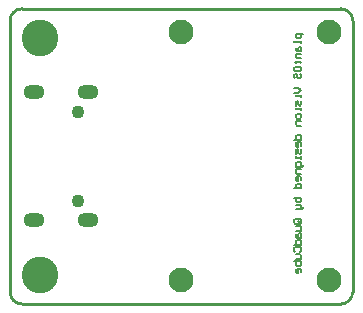
<source format=gbl>
G04 Layer_Physical_Order=2*
G04 Layer_Color=16711680*
%FSLAX25Y25*%
%MOIN*%
G70*
G01*
G75*
%ADD15C,0.01000*%
%ADD16C,0.00512*%
%ADD17C,0.00965*%
%ADD18C,0.04331*%
%ADD19O,0.07087X0.04921*%
%ADD20C,0.08268*%
%ADD21C,0.12205*%
D15*
X362205Y208661D02*
Y299213D01*
X251969Y204724D02*
X358268D01*
X251969Y303150D02*
X358268D01*
X248031Y208661D02*
Y299213D01*
D16*
X345669Y294882D02*
X343308D01*
Y293701D01*
X343701Y293308D01*
X344488D01*
X344882Y293701D01*
Y294882D01*
Y292520D02*
Y291733D01*
Y292127D01*
X342520D01*
Y292520D01*
X343308Y290159D02*
Y289372D01*
X343701Y288978D01*
X344882D01*
Y290159D01*
X344488Y290553D01*
X344095Y290159D01*
Y288978D01*
X344882Y288191D02*
X343308D01*
Y287010D01*
X343701Y286617D01*
X344882D01*
X342914Y285436D02*
X343308D01*
Y285830D01*
Y285043D01*
Y285436D01*
X344488D01*
X344882Y285043D01*
X342520Y282681D02*
Y283468D01*
X342914Y283862D01*
X344488D01*
X344882Y283468D01*
Y282681D01*
X344488Y282288D01*
X342914D01*
X342520Y282681D01*
X342914Y279926D02*
X342520Y280320D01*
Y281107D01*
X342914Y281500D01*
X343308D01*
X343701Y281107D01*
Y280320D01*
X344095Y279926D01*
X344488D01*
X344882Y280320D01*
Y281107D01*
X344488Y281500D01*
X342520Y276778D02*
X344095D01*
X344882Y275990D01*
X344095Y275203D01*
X342520D01*
X344882Y274416D02*
Y273629D01*
Y274023D01*
X343308D01*
Y274416D01*
X344882Y272448D02*
Y271268D01*
X344488Y270874D01*
X344095Y271268D01*
Y272055D01*
X343701Y272448D01*
X343308Y272055D01*
Y270874D01*
X344882Y270087D02*
Y269300D01*
Y269693D01*
X343308D01*
Y270087D01*
X344882Y267725D02*
Y266938D01*
X344488Y266545D01*
X343701D01*
X343308Y266938D01*
Y267725D01*
X343701Y268119D01*
X344488D01*
X344882Y267725D01*
Y265757D02*
X343308D01*
Y264577D01*
X343701Y264183D01*
X344882D01*
X342520Y259460D02*
X344882D01*
Y260641D01*
X344488Y261035D01*
X343701D01*
X343308Y260641D01*
Y259460D01*
X344882Y257492D02*
Y258280D01*
X344488Y258673D01*
X343701D01*
X343308Y258280D01*
Y257492D01*
X343701Y257099D01*
X344095D01*
Y258673D01*
X344882Y256312D02*
Y255131D01*
X344488Y254737D01*
X344095Y255131D01*
Y255918D01*
X343701Y256312D01*
X343308Y255918D01*
Y254737D01*
X344882Y253950D02*
Y253163D01*
Y253557D01*
X343308D01*
Y253950D01*
X345669Y251195D02*
Y250802D01*
X345275Y250408D01*
X343308D01*
Y251589D01*
X343701Y251982D01*
X344488D01*
X344882Y251589D01*
Y250408D01*
Y249621D02*
X343308D01*
Y248440D01*
X343701Y248047D01*
X344882D01*
Y246079D02*
Y246866D01*
X344488Y247259D01*
X343701D01*
X343308Y246866D01*
Y246079D01*
X343701Y245685D01*
X344095D01*
Y247259D01*
X342520Y243324D02*
X344882D01*
Y244504D01*
X344488Y244898D01*
X343701D01*
X343308Y244504D01*
Y243324D01*
X342520Y240175D02*
X344882D01*
Y238995D01*
X344488Y238601D01*
X344095D01*
X343701D01*
X343308Y238995D01*
Y240175D01*
Y237814D02*
X344488D01*
X344882Y237420D01*
Y236240D01*
X345275D01*
X345669Y236633D01*
Y237027D01*
X344882Y236240D02*
X343308D01*
X344488Y231517D02*
X342914D01*
X342520Y231910D01*
Y232697D01*
X342914Y233091D01*
X344488D01*
X344882Y232697D01*
Y231910D01*
X344095Y232304D02*
X344882Y231517D01*
Y231910D02*
X344488Y231517D01*
X343308Y230730D02*
X344488D01*
X344882Y230336D01*
Y229155D01*
X343308D01*
Y227975D02*
Y227187D01*
X343701Y226794D01*
X344882D01*
Y227975D01*
X344488Y228368D01*
X344095Y227975D01*
Y226794D01*
X342520Y224432D02*
X344882D01*
Y225613D01*
X344488Y226007D01*
X343701D01*
X343308Y225613D01*
Y224432D01*
X342914Y222071D02*
X342520Y222464D01*
Y223252D01*
X342914Y223645D01*
X344488D01*
X344882Y223252D01*
Y222464D01*
X344488Y222071D01*
X343308Y221284D02*
X344488D01*
X344882Y220890D01*
Y219709D01*
X343308D01*
X342520Y218922D02*
X344882D01*
Y217742D01*
X344488Y217348D01*
X344095D01*
X343701D01*
X343308Y217742D01*
Y218922D01*
X344882Y215380D02*
Y216167D01*
X344488Y216561D01*
X343701D01*
X343308Y216167D01*
Y215380D01*
X343701Y214986D01*
X344095D01*
Y216561D01*
D17*
X362205Y299213D02*
G03*
X358268Y303150I-3937J0D01*
G01*
X251969Y303150D02*
G03*
X248031Y299213I0J-3937D01*
G01*
X248031Y208661D02*
G03*
X251969Y204724I3937J0D01*
G01*
X358268D02*
G03*
X362205Y208661I0J3937D01*
G01*
D18*
X270669Y239173D02*
D03*
Y268701D02*
D03*
D19*
X256102Y232579D02*
D03*
X273819D02*
D03*
X256102Y275295D02*
D03*
X273819D02*
D03*
D20*
X305118Y295276D02*
D03*
Y212598D02*
D03*
X354331Y295276D02*
D03*
Y212598D02*
D03*
D21*
X257874Y293307D02*
D03*
Y214567D02*
D03*
M02*

</source>
